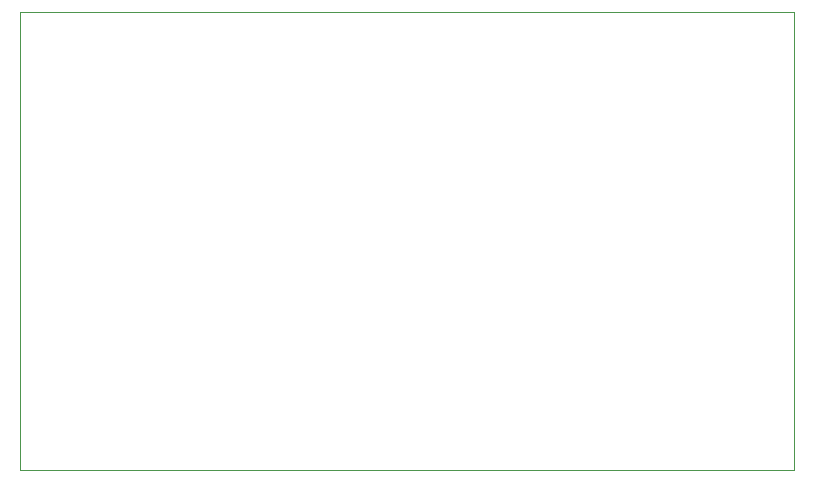
<source format=gko>
G04*
G04 #@! TF.GenerationSoftware,Altium Limited,Altium Designer,23.7.1 (13)*
G04*
G04 Layer_Color=16711935*
%FSLAX25Y25*%
%MOIN*%
G70*
G04*
G04 #@! TF.SameCoordinates,F4DCA568-12CF-4C60-A2D5-0128ED73B792*
G04*
G04*
G04 #@! TF.FilePolarity,Positive*
G04*
G01*
G75*
%ADD11C,0.00394*%
D11*
X0Y-984D02*
Y151575D01*
X257874D01*
Y-984D02*
Y151575D01*
X0Y-984D02*
X257874D01*
M02*

</source>
